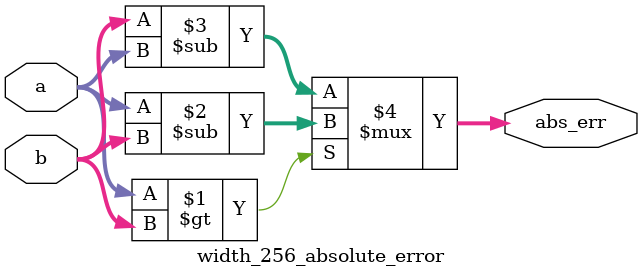
<source format=v>
module width_256_absolute_error(a, b, abs_err);
parameter _bit = 256;
input [_bit - 1: 0] a;
input [_bit - 1: 0] b;
output reg [_bit - 1: 0] abs_err;
assign abs_err = (a > b)? (a - b): (b - a);
endmodule

</source>
